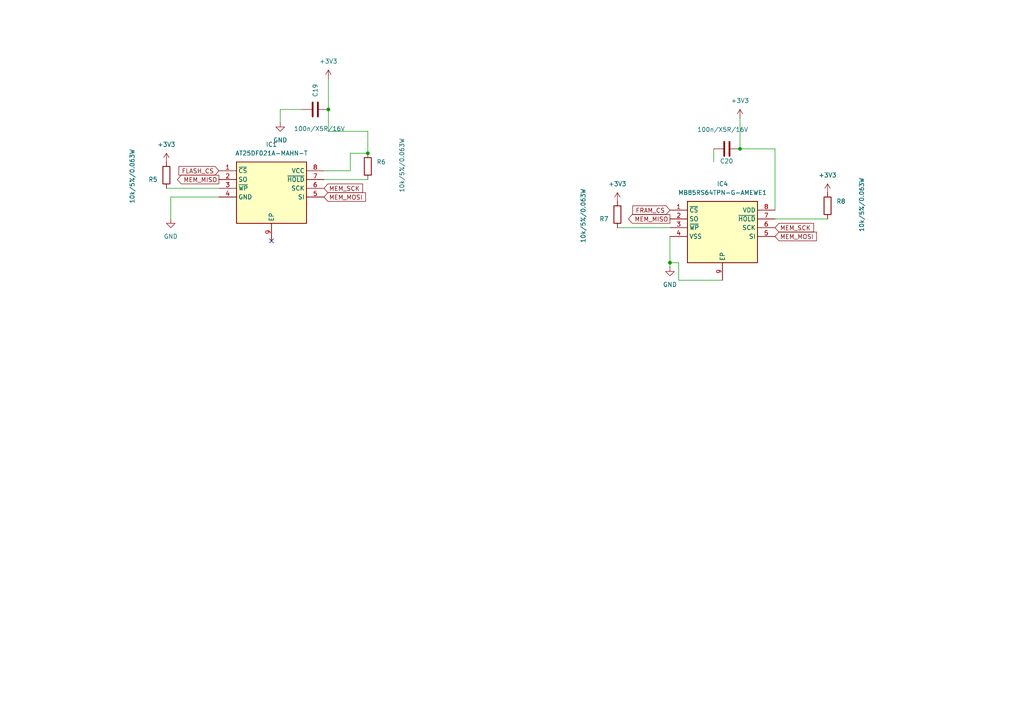
<source format=kicad_sch>
(kicad_sch (version 20231120) (generator "eeschema") (generator_version "8.0")
  (paper "A4")
  (lib_symbols
    (symbol "AT25DF021A-MAHN-T:AT25DF021A-MAHN-T"
      (property "Reference" "IC" (at 26.67 7.62 0))
      (property "Value" "AT25DF021A-MAHN-T" (at 26.67 5.08 0))
      (symbol "AT25DF021A-MAHN-T_1_1"
        (rectangle (start 5.08 2.54) (end 25.4 -15.24) (stroke (width 0.254)) (fill (type background)))
        (pin passive line (at 0 0 0) (length 5.08) (name "~{CS}") (number "1"))
        (pin passive line (at 0 -2.54 0) (length 5.08) (name "SO") (number "2"))
        (pin passive line (at 0 -5.08 0) (length 5.08) (name "~{WP}") (number "3"))
        (pin passive line (at 0 -7.62 0) (length 5.08) (name "GND") (number "4"))
        (pin passive line (at 30.48 -7.62 180) (length 5.08) (name "SI") (number "5"))
        (pin passive line (at 30.48 -5.08 180) (length 5.08) (name "SCK") (number "6"))
        (pin passive line (at 30.48 -2.54 180) (length 5.08) (name "~{HOLD}") (number "7"))
        (pin passive line (at 30.48 0 180) (length 5.08) (name "VCC") (number "8"))
        (pin passive line (at 15.24 -20.32 90) (length 5.08) (name "EP") (number "9"))
      )
    )
    (symbol "Device:C" (pin_numbers hide) (pin_names (offset 0.254))
      (property "Reference" "C" (at 0.635 2.54 0))
      (property "Value" "C" (at 0.635 -2.54 0))
      (symbol "C_0_1"
        (polyline (pts (xy -2.032 -0.762) (xy 2.032 -0.762)) (stroke (width 0.508)))
        (polyline (pts (xy -2.032 0.762) (xy 2.032 0.762)) (stroke (width 0.508)))
      )
      (symbol "C_1_1"
        (pin passive line (at 0 3.81 270) (length 2.794) (name "~") (number "1"))
        (pin passive line (at 0 -3.81 90) (length 2.794) (name "~") (number "2"))
      )
    )
    (symbol "Device:R" (pin_numbers hide) (pin_names (offset 0))
      (property "Reference" "R" (at 2.032 0 90))
      (property "Value" "R" (at 0 0 90))
      (symbol "R_0_1"
        (rectangle (start -1.016 -2.54) (end 1.016 2.54) (stroke (width 0.254)))
      )
      (symbol "R_1_1"
        (pin passive line (at 0 3.81 270) (length 1.27) (name "~") (number "1"))
        (pin passive line (at 0 -3.81 90) (length 1.27) (name "~") (number "2"))
      )
    )
    (symbol "MB85RS64TPN-G-AMEWE1:MB85RS64TPN-G-AMEWE1"
      (property "Reference" "IC" (at 26.67 7.62 0))
      (property "Value" "MB85RS64TPN-G-AMEWE1" (at 26.67 5.08 0))
      (symbol "MB85RS64TPN-G-AMEWE1_1_1"
        (rectangle (start 5.08 2.54) (end 25.4 -15.24) (stroke (width 0.254)) (fill (type background)))
        (pin passive line (at 0 0 0) (length 5.08) (name "~{CS}") (number "1"))
        (pin passive line (at 0 -2.54 0) (length 5.08) (name "SO") (number "2"))
        (pin passive line (at 0 -5.08 0) (length 5.08) (name "~{WP}") (number "3"))
        (pin passive line (at 0 -7.62 0) (length 5.08) (name "VSS") (number "4"))
        (pin passive line (at 30.48 -7.62 180) (length 5.08) (name "SI") (number "5"))
        (pin passive line (at 30.48 -5.08 180) (length 5.08) (name "SCK") (number "6"))
        (pin passive line (at 30.48 -2.54 180) (length 5.08) (name "~{HOLD}") (number "7"))
        (pin passive line (at 30.48 0 180) (length 5.08) (name "VDD") (number "8"))
        (pin passive line (at 15.24 -20.32 90) (length 5.08) (name "EP") (number "9"))
      )
    )
    (symbol "power:+3V3" (power) (pin_numbers hide) (pin_names (offset 0) hide)
      (property "Value" "+3V3" (at 0 3.556 0))
      (symbol "+3V3_0_1"
        (polyline (pts (xy -0.762 1.27) (xy 0 2.54)))
        (polyline (pts (xy 0 0) (xy 0 2.54)))
        (polyline (pts (xy 0 2.54) (xy 0.762 1.27)))
      )
      (symbol "+3V3_1_1"
        (pin power_in line (at 0 0 90) (length 0) (name "~") (number "1"))
      )
    )
    (symbol "power:GND" (power) (pin_numbers hide) (pin_names (offset 0) hide)
      (property "Value" "GND" (at 0 -3.81 0))
      (symbol "GND_0_1"
        (polyline (pts (xy 0 0) (xy 0 -1.27) (xy 1.27 -1.27) (xy 0 -2.54) (xy -1.27 -1.27) (xy 0 -1.27)))
      )
      (symbol "GND_1_1"
        (pin power_in line (at 0 0 270) (length 0) (name "~") (number "1"))
      )
    )
  )
  (junction (at 214.63 43.18))
  (junction (at 106.68 44.45))
  (junction (at 194.31 76.2))
  (junction (at 95.25 31.75))
  (no_connect (at 78.74 69.85))
  (wire (pts (xy 207.01 43.18) (xy 207.01 46.99)))
  (wire (pts (xy 179.07 66.04) (xy 194.31 66.04)))
  (wire (pts (xy 194.31 76.2) (xy 194.31 77.47)))
  (wire (pts (xy 209.55 81.28) (xy 196.85 81.28)))
  (wire (pts (xy 93.98 52.07) (xy 106.68 52.07)))
  (wire (pts (xy 101.6 49.53) (xy 101.6 44.45)))
  (wire (pts (xy 93.98 49.53) (xy 101.6 49.53)))
  (wire (pts (xy 224.79 60.96) (xy 224.79 43.18)))
  (wire (pts (xy 95.25 31.75) (xy 95.25 38.1)))
  (wire (pts (xy 48.26 54.61) (xy 63.5 54.61)))
  (wire (pts (xy 194.31 68.58) (xy 194.31 76.2)))
  (wire (pts (xy 196.85 76.2) (xy 194.31 76.2)))
  (wire (pts (xy 49.53 57.15) (xy 49.53 63.5)))
  (wire (pts (xy 63.5 57.15) (xy 49.53 57.15)))
  (wire (pts (xy 87.63 31.75) (xy 81.28 31.75)))
  (wire (pts (xy 101.6 44.45) (xy 106.68 44.45)))
  (wire (pts (xy 95.25 38.1) (xy 106.68 38.1)))
  (wire (pts (xy 214.63 34.29) (xy 214.63 43.18)))
  (wire (pts (xy 224.79 43.18) (xy 214.63 43.18)))
  (wire (pts (xy 224.79 63.5) (xy 240.03 63.5)))
  (wire (pts (xy 81.28 31.75) (xy 81.28 35.56)))
  (wire (pts (xy 95.25 22.86) (xy 95.25 31.75)))
  (wire (pts (xy 196.85 81.28) (xy 196.85 76.2)))
  (wire (pts (xy 106.68 38.1) (xy 106.68 44.45)))
  (global_label "MEM_SCK" (shape input) (at 93.98 54.61 0) (property "Intersheetrefs" "${INTERSHEET_REFS}" (effects (hide yes))))
  (global_label "MEM_MISO" (shape output) (at 63.5 52.07 180) (property "Intersheetrefs" "${INTERSHEET_REFS}" (effects (hide yes))))
  (global_label "FLASH_CS" (shape input) (at 63.5 49.53 180) (property "Intersheetrefs" "${INTERSHEET_REFS}" (effects (hide yes))))
  (global_label "FRAM_CS" (shape input) (at 194.31 60.96 180) (property "Intersheetrefs" "${INTERSHEET_REFS}" (effects (hide yes))))
  (global_label "MEM_MOSI" (shape input) (at 93.98 57.15 0) (property "Intersheetrefs" "${INTERSHEET_REFS}" (effects (hide yes))))
  (global_label "MEM_SCK" (shape input) (at 224.79 66.04 0) (property "Intersheetrefs" "${INTERSHEET_REFS}" (effects (hide yes))))
  (global_label "MEM_MOSI" (shape input) (at 224.79 68.58 0) (property "Intersheetrefs" "${INTERSHEET_REFS}" (effects (hide yes))))
  (global_label "MEM_MISO" (shape output) (at 194.31 63.5 180) (property "Intersheetrefs" "${INTERSHEET_REFS}" (effects (hide yes))))
  (symbol (lib_id "power:GND") (at 194.31 77.47 0) (unit 1)
    (property "Reference" "#PWR036" (effects (hide yes)))
    (property "Value" "GND" (at 194.31 82.55 0))
    (property "Description" "Power symbol creates a global label with name \"GND\" , ground" (effects (hide yes)))
  )
  (symbol (lib_id "Device:C") (at 91.44 31.75 90) (unit 1)
    (property "Reference" "C19" (at 91.44 28.194 0) (effects (justify left)))
    (property "Value" "100n/X5R/16V" (at 100.076 37.338 90) (effects (justify left)))
    (property "Footprint" "Capacitor_SMD:C_0402_1005Metric" (effects (hide yes)))
    (property "Description" "Unpolarized capacitor" (effects (hide yes)))
  )
  (symbol (lib_id "Device:R") (at 106.68 48.26 0) (unit 1)
    (property "Reference" "R6" (at 109.22 46.9899 0) (effects (justify left)))
    (property "Value" "10k/5%/0.063W" (at 116.586 55.88 90) (effects (justify left)))
    (property "Footprint" "Resistor_SMD:R_0402_1005Metric" (effects (hide yes)))
    (property "Description" "Resistor" (effects (hide yes)))
  )
  (symbol (lib_id "power:+3V3") (at 179.07 58.42 0) (unit 1)
    (property "Reference" "#PWR033" (effects (hide yes)))
    (property "Value" "+3V3" (at 179.07 53.34 0))
    (property "Description" "Power symbol creates a global label with name \"+3V3\"" (effects (hide yes)))
  )
  (symbol (lib_id "power:+3V3") (at 95.25 22.86 0) (unit 1)
    (property "Reference" "#PWR031" (effects (hide yes)))
    (property "Value" "+3V3" (at 95.25 17.78 0))
    (property "Description" "Power symbol creates a global label with name \"+3V3\"" (effects (hide yes)))
  )
  (symbol (lib_id "Device:R") (at 48.26 50.8 180) (unit 1)
    (property "Reference" "R5" (at 45.72 52.0701 0) (effects (justify left)))
    (property "Value" "10k/5%/0.063W" (at 38.354 43.18 90) (effects (justify left)))
    (property "Footprint" "Resistor_SMD:R_0402_1005Metric" (effects (hide yes)))
    (property "Description" "Resistor" (effects (hide yes)))
  )
  (symbol (lib_id "AT25DF021A-MAHN-T:AT25DF021A-MAHN-T") (at 63.5 49.53 0) (unit 1)
    (property "Reference" "IC1" (at 78.74 41.91 0))
    (property "Value" "AT25DF021A-MAHN-T" (at 78.74 44.45 0))
    (property "Footprint" "Footprints:SON50P300X200X60-9N" (effects (hide yes)))
    (property "Datasheet" "https://www.renesas.com/us/en/products/memory-logic/non-volatile-memory/spi-nor-flash/dual-quad-spi-memory/at25df021a-2-mbit-165-v-36-v-range-spi-serial-flash-memory-dual-io-support" (effects (hide yes)))
    (property "Description" "The AT25DF021A is a member of our System Enhancing class of code and data storage solutions. It is designed for all system memory tasks ranging from boot/code shadowing to data logging and includes the 256-byte page Erase feature that enables efficient, lower energy datalogging." (effects (hide yes)))
    (property "Height" "0.6" (effects (hide yes)))
    (property "Manufacturer_Name" "Renesas Electronics" (effects (hide yes)))
    (property "Manufacturer_Part_Number" "AT25DF021A-MAHN-T" (effects (hide yes)))
  )
  (symbol (lib_id "power:GND") (at 81.28 35.56 0) (unit 1)
    (property "Reference" "#PWR032" (effects (hide yes)))
    (property "Value" "GND" (at 81.28 40.64 0))
    (property "Description" "Power symbol creates a global label with name \"GND\" , ground" (effects (hide yes)))
  )
  (symbol (lib_id "Device:R") (at 179.07 62.23 180) (unit 1)
    (property "Reference" "R7" (at 176.53 63.5001 0) (effects (justify left)))
    (property "Value" "10k/5%/0.063W" (at 169.164 54.61 90) (effects (justify left)))
    (property "Footprint" "Resistor_SMD:R_0402_1005Metric" (effects (hide yes)))
    (property "Description" "Resistor" (effects (hide yes)))
  )
  (symbol (lib_id "power:+3V3") (at 240.03 55.88 0) (unit 1)
    (property "Reference" "#PWR035" (effects (hide yes)))
    (property "Value" "+3V3" (at 240.03 50.8 0))
    (property "Description" "Power symbol creates a global label with name \"+3V3\"" (effects (hide yes)))
  )
  (symbol (lib_id "MB85RS64TPN-G-AMEWE1:MB85RS64TPN-G-AMEWE1") (at 194.31 60.96 0) (unit 1)
    (property "Reference" "IC4" (at 209.55 53.34 0))
    (property "Value" "MB85RS64TPN-G-AMEWE1" (at 209.55 55.88 0))
    (property "Footprint" "Footprints:SON50P300X200X75-9N" (effects (hide yes)))
    (property "Datasheet" "https://www.fujitsu.com/global/documents/products/devices/semiconductor/fram/lineup/MB85RS64T-DS501-00051-2v0-E.pdf" (effects (hide yes)))
    (property "Description" "IC FRAM 64KBIT SPI 10MHZ 8SON" (effects (hide yes)))
    (property "Height" "0.75" (effects (hide yes)))
    (property "Manufacturer_Name" "Fujitsu Semiconductor" (effects (hide yes)))
    (property "Manufacturer_Part_Number" "MB85RS64TPN-G-AMEWE1" (effects (hide yes)))
    (property "Mouser Part Number" "N/A" (effects (hide yes)))
    (property "Mouser Price/Stock" "https://www.mouser.co.uk/ProductDetail/Fujitsu/MB85RS64TPN-G-AMEWE1?qs=e8oIoAS2J1Roef5P3D%252BNNQ%3D%3D" (effects (hide yes)))
  )
  (symbol (lib_id "Device:R") (at 240.03 59.69 0) (unit 1)
    (property "Reference" "R8" (at 242.57 58.4199 0) (effects (justify left)))
    (property "Value" "10k/5%/0.063W" (at 249.936 67.31 90) (effects (justify left)))
    (property "Footprint" "Resistor_SMD:R_0402_1005Metric" (effects (hide yes)))
    (property "Description" "Resistor" (effects (hide yes)))
  )
  (symbol (lib_id "power:+3V3") (at 214.63 34.29 0) (unit 1)
    (property "Reference" "#PWR034" (effects (hide yes)))
    (property "Value" "+3V3" (at 214.63 29.21 0))
    (property "Description" "Power symbol creates a global label with name \"+3V3\"" (effects (hide yes)))
  )
  (symbol (lib_id "power:+3V3") (at 48.26 46.99 0) (unit 1)
    (property "Reference" "#PWR030" (effects (hide yes)))
    (property "Value" "+3V3" (at 48.26 41.91 0))
    (property "Description" "Power symbol creates a global label with name \"+3V3\"" (effects (hide yes)))
  )
  (symbol (lib_id "Device:C") (at 210.82 43.18 270) (unit 1)
    (property "Reference" "C20" (at 208.788 46.736 90) (effects (justify left)))
    (property "Value" "100n/X5R/16V" (at 202.184 37.592 90) (effects (justify left)))
    (property "Footprint" "Capacitor_SMD:C_0402_1005Metric" (effects (hide yes)))
    (property "Description" "Unpolarized capacitor" (effects (hide yes)))
  )
  (symbol (lib_id "power:GND") (at 49.53 63.5 0) (unit 1)
    (property "Reference" "#PWR029" (effects (hide yes)))
    (property "Value" "GND" (at 49.53 68.58 0))
    (property "Description" "Power symbol creates a global label with name \"GND\" , ground" (effects (hide yes)))
  )
)
</source>
